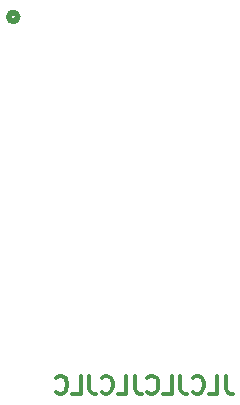
<source format=gbr>
%TF.GenerationSoftware,KiCad,Pcbnew,8.0.1*%
%TF.CreationDate,2024-04-03T08:14:29+10:00*%
%TF.ProjectId,Asus ATX USB PS2 Breakout,41737573-2041-4545-9820-555342205053,rev?*%
%TF.SameCoordinates,Original*%
%TF.FileFunction,Legend,Bot*%
%TF.FilePolarity,Positive*%
%FSLAX46Y46*%
G04 Gerber Fmt 4.6, Leading zero omitted, Abs format (unit mm)*
G04 Created by KiCad (PCBNEW 8.0.1) date 2024-04-03 08:14:29*
%MOMM*%
%LPD*%
G01*
G04 APERTURE LIST*
%ADD10C,0.300000*%
%ADD11C,0.508000*%
G04 APERTURE END LIST*
D10*
X140266917Y-107300828D02*
X140266917Y-108372257D01*
X140266917Y-108372257D02*
X140338346Y-108586542D01*
X140338346Y-108586542D02*
X140481203Y-108729400D01*
X140481203Y-108729400D02*
X140695489Y-108800828D01*
X140695489Y-108800828D02*
X140838346Y-108800828D01*
X138838346Y-108800828D02*
X139552632Y-108800828D01*
X139552632Y-108800828D02*
X139552632Y-107300828D01*
X137481203Y-108657971D02*
X137552631Y-108729400D01*
X137552631Y-108729400D02*
X137766917Y-108800828D01*
X137766917Y-108800828D02*
X137909774Y-108800828D01*
X137909774Y-108800828D02*
X138124060Y-108729400D01*
X138124060Y-108729400D02*
X138266917Y-108586542D01*
X138266917Y-108586542D02*
X138338346Y-108443685D01*
X138338346Y-108443685D02*
X138409774Y-108157971D01*
X138409774Y-108157971D02*
X138409774Y-107943685D01*
X138409774Y-107943685D02*
X138338346Y-107657971D01*
X138338346Y-107657971D02*
X138266917Y-107515114D01*
X138266917Y-107515114D02*
X138124060Y-107372257D01*
X138124060Y-107372257D02*
X137909774Y-107300828D01*
X137909774Y-107300828D02*
X137766917Y-107300828D01*
X137766917Y-107300828D02*
X137552631Y-107372257D01*
X137552631Y-107372257D02*
X137481203Y-107443685D01*
X136409774Y-107300828D02*
X136409774Y-108372257D01*
X136409774Y-108372257D02*
X136481203Y-108586542D01*
X136481203Y-108586542D02*
X136624060Y-108729400D01*
X136624060Y-108729400D02*
X136838346Y-108800828D01*
X136838346Y-108800828D02*
X136981203Y-108800828D01*
X134981203Y-108800828D02*
X135695489Y-108800828D01*
X135695489Y-108800828D02*
X135695489Y-107300828D01*
X133624060Y-108657971D02*
X133695488Y-108729400D01*
X133695488Y-108729400D02*
X133909774Y-108800828D01*
X133909774Y-108800828D02*
X134052631Y-108800828D01*
X134052631Y-108800828D02*
X134266917Y-108729400D01*
X134266917Y-108729400D02*
X134409774Y-108586542D01*
X134409774Y-108586542D02*
X134481203Y-108443685D01*
X134481203Y-108443685D02*
X134552631Y-108157971D01*
X134552631Y-108157971D02*
X134552631Y-107943685D01*
X134552631Y-107943685D02*
X134481203Y-107657971D01*
X134481203Y-107657971D02*
X134409774Y-107515114D01*
X134409774Y-107515114D02*
X134266917Y-107372257D01*
X134266917Y-107372257D02*
X134052631Y-107300828D01*
X134052631Y-107300828D02*
X133909774Y-107300828D01*
X133909774Y-107300828D02*
X133695488Y-107372257D01*
X133695488Y-107372257D02*
X133624060Y-107443685D01*
X132552631Y-107300828D02*
X132552631Y-108372257D01*
X132552631Y-108372257D02*
X132624060Y-108586542D01*
X132624060Y-108586542D02*
X132766917Y-108729400D01*
X132766917Y-108729400D02*
X132981203Y-108800828D01*
X132981203Y-108800828D02*
X133124060Y-108800828D01*
X131124060Y-108800828D02*
X131838346Y-108800828D01*
X131838346Y-108800828D02*
X131838346Y-107300828D01*
X129766917Y-108657971D02*
X129838345Y-108729400D01*
X129838345Y-108729400D02*
X130052631Y-108800828D01*
X130052631Y-108800828D02*
X130195488Y-108800828D01*
X130195488Y-108800828D02*
X130409774Y-108729400D01*
X130409774Y-108729400D02*
X130552631Y-108586542D01*
X130552631Y-108586542D02*
X130624060Y-108443685D01*
X130624060Y-108443685D02*
X130695488Y-108157971D01*
X130695488Y-108157971D02*
X130695488Y-107943685D01*
X130695488Y-107943685D02*
X130624060Y-107657971D01*
X130624060Y-107657971D02*
X130552631Y-107515114D01*
X130552631Y-107515114D02*
X130409774Y-107372257D01*
X130409774Y-107372257D02*
X130195488Y-107300828D01*
X130195488Y-107300828D02*
X130052631Y-107300828D01*
X130052631Y-107300828D02*
X129838345Y-107372257D01*
X129838345Y-107372257D02*
X129766917Y-107443685D01*
X128695488Y-107300828D02*
X128695488Y-108372257D01*
X128695488Y-108372257D02*
X128766917Y-108586542D01*
X128766917Y-108586542D02*
X128909774Y-108729400D01*
X128909774Y-108729400D02*
X129124060Y-108800828D01*
X129124060Y-108800828D02*
X129266917Y-108800828D01*
X127266917Y-108800828D02*
X127981203Y-108800828D01*
X127981203Y-108800828D02*
X127981203Y-107300828D01*
X125909774Y-108657971D02*
X125981202Y-108729400D01*
X125981202Y-108729400D02*
X126195488Y-108800828D01*
X126195488Y-108800828D02*
X126338345Y-108800828D01*
X126338345Y-108800828D02*
X126552631Y-108729400D01*
X126552631Y-108729400D02*
X126695488Y-108586542D01*
X126695488Y-108586542D02*
X126766917Y-108443685D01*
X126766917Y-108443685D02*
X126838345Y-108157971D01*
X126838345Y-108157971D02*
X126838345Y-107943685D01*
X126838345Y-107943685D02*
X126766917Y-107657971D01*
X126766917Y-107657971D02*
X126695488Y-107515114D01*
X126695488Y-107515114D02*
X126552631Y-107372257D01*
X126552631Y-107372257D02*
X126338345Y-107300828D01*
X126338345Y-107300828D02*
X126195488Y-107300828D01*
X126195488Y-107300828D02*
X125981202Y-107372257D01*
X125981202Y-107372257D02*
X125909774Y-107443685D01*
D11*
%TO.C,J3*%
X122643900Y-76911200D02*
G75*
G02*
X121881900Y-76911200I-381000J0D01*
G01*
X121881900Y-76911200D02*
G75*
G02*
X122643900Y-76911200I381000J0D01*
G01*
%TD*%
M02*

</source>
